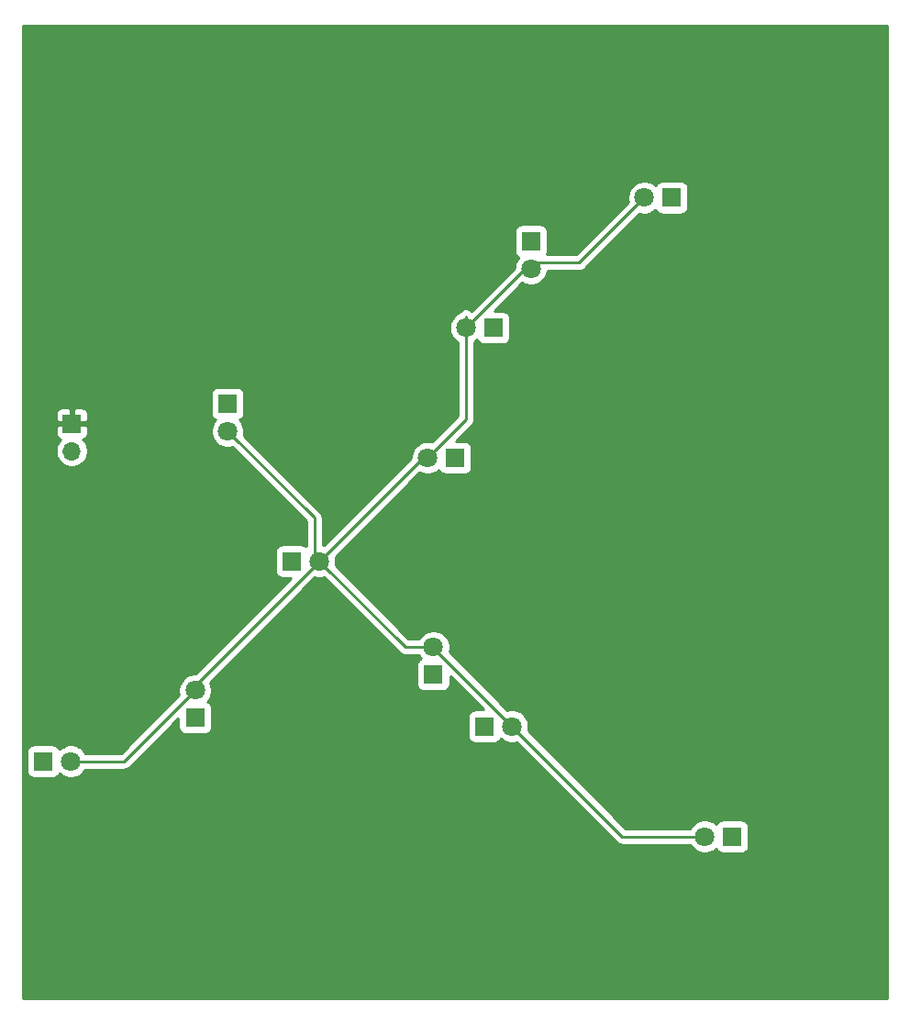
<source format=gtl>
%TF.GenerationSoftware,KiCad,Pcbnew,(5.1.10)-1*%
%TF.CreationDate,2021-09-04T18:59:30+09:00*%
%TF.ProjectId,TsukCTF,5473756b-4354-4462-9e6b-696361645f70,rev?*%
%TF.SameCoordinates,Original*%
%TF.FileFunction,Copper,L1,Top*%
%TF.FilePolarity,Positive*%
%FSLAX46Y46*%
G04 Gerber Fmt 4.6, Leading zero omitted, Abs format (unit mm)*
G04 Created by KiCad (PCBNEW (5.1.10)-1) date 2021-09-04 18:59:30*
%MOMM*%
%LPD*%
G01*
G04 APERTURE LIST*
%TA.AperFunction,ComponentPad*%
%ADD10R,1.800000X1.800000*%
%TD*%
%TA.AperFunction,ComponentPad*%
%ADD11C,1.800000*%
%TD*%
%TA.AperFunction,ComponentPad*%
%ADD12R,1.700000X1.700000*%
%TD*%
%TA.AperFunction,ComponentPad*%
%ADD13O,1.700000X1.700000*%
%TD*%
%TA.AperFunction,Conductor*%
%ADD14C,0.250000*%
%TD*%
%TA.AperFunction,Conductor*%
%ADD15C,0.254000*%
%TD*%
%TA.AperFunction,Conductor*%
%ADD16C,0.100000*%
%TD*%
G04 APERTURE END LIST*
D10*
%TO.P,D3,1*%
%TO.N,Net-(D3-Pad1)*%
X149000000Y-115000000D03*
D11*
%TO.P,D3,2*%
%TO.N,+5V*%
X149000000Y-117540000D03*
%TD*%
D10*
%TO.P,D4,1*%
%TO.N,Net-(D4-Pad1)*%
X154940000Y-129540000D03*
D11*
%TO.P,D4,2*%
%TO.N,+5V*%
X157480000Y-129540000D03*
%TD*%
%TO.P,D5,2*%
%TO.N,+5V*%
X146000000Y-141460000D03*
D10*
%TO.P,D5,1*%
%TO.N,Net-(D5-Pad1)*%
X146000000Y-144000000D03*
%TD*%
D11*
%TO.P,D6,2*%
%TO.N,+5V*%
X167460000Y-120000000D03*
D10*
%TO.P,D6,1*%
%TO.N,Net-(D6-Pad1)*%
X170000000Y-120000000D03*
%TD*%
%TO.P,D7,1*%
%TO.N,Net-(D7-Pad1)*%
X195580000Y-154940000D03*
D11*
%TO.P,D7,2*%
%TO.N,+5V*%
X193040000Y-154940000D03*
%TD*%
%TO.P,D8,2*%
%TO.N,+5V*%
X134540000Y-148000000D03*
D10*
%TO.P,D8,1*%
%TO.N,Net-(D8-Pad1)*%
X132000000Y-148000000D03*
%TD*%
D11*
%TO.P,D9,2*%
%TO.N,+5V*%
X171000000Y-108000000D03*
D10*
%TO.P,D9,1*%
%TO.N,Net-(D9-Pad1)*%
X173540000Y-108000000D03*
%TD*%
D11*
%TO.P,D10,2*%
%TO.N,+5V*%
X177000000Y-102540000D03*
D10*
%TO.P,D10,1*%
%TO.N,Net-(D10-Pad1)*%
X177000000Y-100000000D03*
%TD*%
%TO.P,D11,1*%
%TO.N,Net-(D11-Pad1)*%
X190000000Y-96000000D03*
D11*
%TO.P,D11,2*%
%TO.N,+5V*%
X187460000Y-96000000D03*
%TD*%
D10*
%TO.P,D12,1*%
%TO.N,Net-(D12-Pad1)*%
X168000000Y-140000000D03*
D11*
%TO.P,D12,2*%
%TO.N,+5V*%
X168000000Y-137460000D03*
%TD*%
%TO.P,D13,2*%
%TO.N,+5V*%
X175260000Y-144780000D03*
D10*
%TO.P,D13,1*%
%TO.N,Net-(D13-Pad1)*%
X172720000Y-144780000D03*
%TD*%
D12*
%TO.P,J1,1*%
%TO.N,GND*%
X134620000Y-116840000D03*
D13*
%TO.P,J1,2*%
%TO.N,+5V*%
X134620000Y-119380000D03*
%TD*%
D14*
%TO.N,+5V*%
X149000000Y-117540000D02*
X157000000Y-125540000D01*
X157000000Y-129060000D02*
X157480000Y-129540000D01*
X157000000Y-125540000D02*
X157000000Y-129060000D01*
X146000000Y-141020000D02*
X146000000Y-141460000D01*
X157480000Y-129540000D02*
X146000000Y-141020000D01*
X139460000Y-148000000D02*
X146000000Y-141460000D01*
X134540000Y-148000000D02*
X139460000Y-148000000D01*
X165400000Y-137460000D02*
X157480000Y-129540000D01*
X168000000Y-137460000D02*
X165400000Y-137460000D01*
X168000000Y-137520000D02*
X168000000Y-137460000D01*
X175260000Y-144780000D02*
X168000000Y-137520000D01*
X185420000Y-154940000D02*
X175260000Y-144780000D01*
X193040000Y-154940000D02*
X185420000Y-154940000D01*
X171000000Y-108000000D02*
X171000000Y-107000000D01*
X187460000Y-96000000D02*
X181460000Y-102000000D01*
X177540000Y-102000000D02*
X177000000Y-102540000D01*
X181460000Y-102000000D02*
X177540000Y-102000000D01*
X176460000Y-102540000D02*
X177000000Y-102540000D01*
X171000000Y-108000000D02*
X176460000Y-102540000D01*
X171000000Y-116460000D02*
X167460000Y-120000000D01*
X171000000Y-108000000D02*
X171000000Y-116460000D01*
X167020000Y-120000000D02*
X167460000Y-120000000D01*
X157480000Y-129540000D02*
X167020000Y-120000000D01*
%TO.N,Net-(D7-Pad1)*%
X195580000Y-154940000D02*
X195580000Y-154580000D01*
%TD*%
D15*
%TO.N,GND*%
X209873000Y-169873000D02*
X130127000Y-169873000D01*
X130127000Y-147100000D01*
X130461928Y-147100000D01*
X130461928Y-148900000D01*
X130474188Y-149024482D01*
X130510498Y-149144180D01*
X130569463Y-149254494D01*
X130648815Y-149351185D01*
X130745506Y-149430537D01*
X130855820Y-149489502D01*
X130975518Y-149525812D01*
X131100000Y-149538072D01*
X132900000Y-149538072D01*
X133024482Y-149525812D01*
X133144180Y-149489502D01*
X133254494Y-149430537D01*
X133351185Y-149351185D01*
X133430537Y-149254494D01*
X133489502Y-149144180D01*
X133495056Y-149125873D01*
X133561495Y-149192312D01*
X133812905Y-149360299D01*
X134092257Y-149476011D01*
X134388816Y-149535000D01*
X134691184Y-149535000D01*
X134987743Y-149476011D01*
X135267095Y-149360299D01*
X135518505Y-149192312D01*
X135732312Y-148978505D01*
X135878313Y-148760000D01*
X139422678Y-148760000D01*
X139460000Y-148763676D01*
X139497322Y-148760000D01*
X139497333Y-148760000D01*
X139608986Y-148749003D01*
X139752247Y-148705546D01*
X139884276Y-148634974D01*
X140000001Y-148540001D01*
X140023804Y-148510997D01*
X144461928Y-144072874D01*
X144461928Y-144900000D01*
X144474188Y-145024482D01*
X144510498Y-145144180D01*
X144569463Y-145254494D01*
X144648815Y-145351185D01*
X144745506Y-145430537D01*
X144855820Y-145489502D01*
X144975518Y-145525812D01*
X145100000Y-145538072D01*
X146900000Y-145538072D01*
X147024482Y-145525812D01*
X147144180Y-145489502D01*
X147254494Y-145430537D01*
X147351185Y-145351185D01*
X147430537Y-145254494D01*
X147489502Y-145144180D01*
X147525812Y-145024482D01*
X147538072Y-144900000D01*
X147538072Y-143100000D01*
X147525812Y-142975518D01*
X147489502Y-142855820D01*
X147430537Y-142745506D01*
X147351185Y-142648815D01*
X147254494Y-142569463D01*
X147144180Y-142510498D01*
X147125873Y-142504944D01*
X147192312Y-142438505D01*
X147360299Y-142187095D01*
X147476011Y-141907743D01*
X147535000Y-141611184D01*
X147535000Y-141308816D01*
X147476011Y-141012257D01*
X147360767Y-140734034D01*
X157071070Y-131023731D01*
X157328816Y-131075000D01*
X157631184Y-131075000D01*
X157888930Y-131023731D01*
X164836205Y-137971008D01*
X164859999Y-138000001D01*
X164888992Y-138023795D01*
X164888996Y-138023799D01*
X164933109Y-138060001D01*
X164975724Y-138094974D01*
X165107753Y-138165546D01*
X165251014Y-138209003D01*
X165362667Y-138220000D01*
X165362676Y-138220000D01*
X165399999Y-138223676D01*
X165437322Y-138220000D01*
X166661687Y-138220000D01*
X166807688Y-138438505D01*
X166874127Y-138504944D01*
X166855820Y-138510498D01*
X166745506Y-138569463D01*
X166648815Y-138648815D01*
X166569463Y-138745506D01*
X166510498Y-138855820D01*
X166474188Y-138975518D01*
X166461928Y-139100000D01*
X166461928Y-140900000D01*
X166474188Y-141024482D01*
X166510498Y-141144180D01*
X166569463Y-141254494D01*
X166648815Y-141351185D01*
X166745506Y-141430537D01*
X166855820Y-141489502D01*
X166975518Y-141525812D01*
X167100000Y-141538072D01*
X168900000Y-141538072D01*
X169024482Y-141525812D01*
X169144180Y-141489502D01*
X169254494Y-141430537D01*
X169351185Y-141351185D01*
X169430537Y-141254494D01*
X169489502Y-141144180D01*
X169525812Y-141024482D01*
X169538072Y-140900000D01*
X169538072Y-140132874D01*
X172647126Y-143241928D01*
X171820000Y-143241928D01*
X171695518Y-143254188D01*
X171575820Y-143290498D01*
X171465506Y-143349463D01*
X171368815Y-143428815D01*
X171289463Y-143525506D01*
X171230498Y-143635820D01*
X171194188Y-143755518D01*
X171181928Y-143880000D01*
X171181928Y-145680000D01*
X171194188Y-145804482D01*
X171230498Y-145924180D01*
X171289463Y-146034494D01*
X171368815Y-146131185D01*
X171465506Y-146210537D01*
X171575820Y-146269502D01*
X171695518Y-146305812D01*
X171820000Y-146318072D01*
X173620000Y-146318072D01*
X173744482Y-146305812D01*
X173864180Y-146269502D01*
X173974494Y-146210537D01*
X174071185Y-146131185D01*
X174150537Y-146034494D01*
X174209502Y-145924180D01*
X174215056Y-145905873D01*
X174281495Y-145972312D01*
X174532905Y-146140299D01*
X174812257Y-146256011D01*
X175108816Y-146315000D01*
X175411184Y-146315000D01*
X175668930Y-146263731D01*
X184856201Y-155451003D01*
X184879999Y-155480001D01*
X184995724Y-155574974D01*
X185127753Y-155645546D01*
X185271014Y-155689003D01*
X185382667Y-155700000D01*
X185382675Y-155700000D01*
X185420000Y-155703676D01*
X185457325Y-155700000D01*
X191701687Y-155700000D01*
X191847688Y-155918505D01*
X192061495Y-156132312D01*
X192312905Y-156300299D01*
X192592257Y-156416011D01*
X192888816Y-156475000D01*
X193191184Y-156475000D01*
X193487743Y-156416011D01*
X193767095Y-156300299D01*
X194018505Y-156132312D01*
X194084944Y-156065873D01*
X194090498Y-156084180D01*
X194149463Y-156194494D01*
X194228815Y-156291185D01*
X194325506Y-156370537D01*
X194435820Y-156429502D01*
X194555518Y-156465812D01*
X194680000Y-156478072D01*
X196480000Y-156478072D01*
X196604482Y-156465812D01*
X196724180Y-156429502D01*
X196834494Y-156370537D01*
X196931185Y-156291185D01*
X197010537Y-156194494D01*
X197069502Y-156084180D01*
X197105812Y-155964482D01*
X197118072Y-155840000D01*
X197118072Y-154040000D01*
X197105812Y-153915518D01*
X197069502Y-153795820D01*
X197010537Y-153685506D01*
X196931185Y-153588815D01*
X196834494Y-153509463D01*
X196724180Y-153450498D01*
X196604482Y-153414188D01*
X196480000Y-153401928D01*
X194680000Y-153401928D01*
X194555518Y-153414188D01*
X194435820Y-153450498D01*
X194325506Y-153509463D01*
X194228815Y-153588815D01*
X194149463Y-153685506D01*
X194090498Y-153795820D01*
X194084944Y-153814127D01*
X194018505Y-153747688D01*
X193767095Y-153579701D01*
X193487743Y-153463989D01*
X193191184Y-153405000D01*
X192888816Y-153405000D01*
X192592257Y-153463989D01*
X192312905Y-153579701D01*
X192061495Y-153747688D01*
X191847688Y-153961495D01*
X191701687Y-154180000D01*
X185734802Y-154180000D01*
X176743731Y-145188930D01*
X176795000Y-144931184D01*
X176795000Y-144628816D01*
X176736011Y-144332257D01*
X176620299Y-144052905D01*
X176452312Y-143801495D01*
X176238505Y-143587688D01*
X175987095Y-143419701D01*
X175707743Y-143303989D01*
X175411184Y-143245000D01*
X175108816Y-143245000D01*
X174851071Y-143296268D01*
X169472067Y-137917265D01*
X169476011Y-137907743D01*
X169535000Y-137611184D01*
X169535000Y-137308816D01*
X169476011Y-137012257D01*
X169360299Y-136732905D01*
X169192312Y-136481495D01*
X168978505Y-136267688D01*
X168727095Y-136099701D01*
X168447743Y-135983989D01*
X168151184Y-135925000D01*
X167848816Y-135925000D01*
X167552257Y-135983989D01*
X167272905Y-136099701D01*
X167021495Y-136267688D01*
X166807688Y-136481495D01*
X166661687Y-136700000D01*
X165714803Y-136700000D01*
X158963731Y-129948930D01*
X159015000Y-129691184D01*
X159015000Y-129388816D01*
X158963731Y-129131070D01*
X166734036Y-121360767D01*
X167012257Y-121476011D01*
X167308816Y-121535000D01*
X167611184Y-121535000D01*
X167907743Y-121476011D01*
X168187095Y-121360299D01*
X168438505Y-121192312D01*
X168504944Y-121125873D01*
X168510498Y-121144180D01*
X168569463Y-121254494D01*
X168648815Y-121351185D01*
X168745506Y-121430537D01*
X168855820Y-121489502D01*
X168975518Y-121525812D01*
X169100000Y-121538072D01*
X170900000Y-121538072D01*
X171024482Y-121525812D01*
X171144180Y-121489502D01*
X171254494Y-121430537D01*
X171351185Y-121351185D01*
X171430537Y-121254494D01*
X171489502Y-121144180D01*
X171525812Y-121024482D01*
X171538072Y-120900000D01*
X171538072Y-119100000D01*
X171525812Y-118975518D01*
X171489502Y-118855820D01*
X171430537Y-118745506D01*
X171351185Y-118648815D01*
X171254494Y-118569463D01*
X171144180Y-118510498D01*
X171024482Y-118474188D01*
X170900000Y-118461928D01*
X170072874Y-118461928D01*
X171511003Y-117023799D01*
X171540001Y-117000001D01*
X171567084Y-116967000D01*
X171634974Y-116884277D01*
X171705546Y-116752247D01*
X171717451Y-116713000D01*
X171749003Y-116608986D01*
X171760000Y-116497333D01*
X171760000Y-116497323D01*
X171763676Y-116460001D01*
X171760000Y-116422678D01*
X171760000Y-109338313D01*
X171978505Y-109192312D01*
X172044944Y-109125873D01*
X172050498Y-109144180D01*
X172109463Y-109254494D01*
X172188815Y-109351185D01*
X172285506Y-109430537D01*
X172395820Y-109489502D01*
X172515518Y-109525812D01*
X172640000Y-109538072D01*
X174440000Y-109538072D01*
X174564482Y-109525812D01*
X174684180Y-109489502D01*
X174794494Y-109430537D01*
X174891185Y-109351185D01*
X174970537Y-109254494D01*
X175029502Y-109144180D01*
X175065812Y-109024482D01*
X175078072Y-108900000D01*
X175078072Y-107100000D01*
X175065812Y-106975518D01*
X175029502Y-106855820D01*
X174970537Y-106745506D01*
X174891185Y-106648815D01*
X174794494Y-106569463D01*
X174684180Y-106510498D01*
X174564482Y-106474188D01*
X174440000Y-106461928D01*
X173612873Y-106461928D01*
X176213917Y-103860885D01*
X176272905Y-103900299D01*
X176552257Y-104016011D01*
X176848816Y-104075000D01*
X177151184Y-104075000D01*
X177447743Y-104016011D01*
X177727095Y-103900299D01*
X177978505Y-103732312D01*
X178192312Y-103518505D01*
X178360299Y-103267095D01*
X178476011Y-102987743D01*
X178521312Y-102760000D01*
X181422678Y-102760000D01*
X181460000Y-102763676D01*
X181497322Y-102760000D01*
X181497333Y-102760000D01*
X181608986Y-102749003D01*
X181752247Y-102705546D01*
X181884276Y-102634974D01*
X182000001Y-102540001D01*
X182023804Y-102510997D01*
X187051071Y-97483732D01*
X187308816Y-97535000D01*
X187611184Y-97535000D01*
X187907743Y-97476011D01*
X188187095Y-97360299D01*
X188438505Y-97192312D01*
X188504944Y-97125873D01*
X188510498Y-97144180D01*
X188569463Y-97254494D01*
X188648815Y-97351185D01*
X188745506Y-97430537D01*
X188855820Y-97489502D01*
X188975518Y-97525812D01*
X189100000Y-97538072D01*
X190900000Y-97538072D01*
X191024482Y-97525812D01*
X191144180Y-97489502D01*
X191254494Y-97430537D01*
X191351185Y-97351185D01*
X191430537Y-97254494D01*
X191489502Y-97144180D01*
X191525812Y-97024482D01*
X191538072Y-96900000D01*
X191538072Y-95100000D01*
X191525812Y-94975518D01*
X191489502Y-94855820D01*
X191430537Y-94745506D01*
X191351185Y-94648815D01*
X191254494Y-94569463D01*
X191144180Y-94510498D01*
X191024482Y-94474188D01*
X190900000Y-94461928D01*
X189100000Y-94461928D01*
X188975518Y-94474188D01*
X188855820Y-94510498D01*
X188745506Y-94569463D01*
X188648815Y-94648815D01*
X188569463Y-94745506D01*
X188510498Y-94855820D01*
X188504944Y-94874127D01*
X188438505Y-94807688D01*
X188187095Y-94639701D01*
X187907743Y-94523989D01*
X187611184Y-94465000D01*
X187308816Y-94465000D01*
X187012257Y-94523989D01*
X186732905Y-94639701D01*
X186481495Y-94807688D01*
X186267688Y-95021495D01*
X186099701Y-95272905D01*
X185983989Y-95552257D01*
X185925000Y-95848816D01*
X185925000Y-96151184D01*
X185976268Y-96408929D01*
X181145199Y-101240000D01*
X178438284Y-101240000D01*
X178489502Y-101144180D01*
X178525812Y-101024482D01*
X178538072Y-100900000D01*
X178538072Y-99100000D01*
X178525812Y-98975518D01*
X178489502Y-98855820D01*
X178430537Y-98745506D01*
X178351185Y-98648815D01*
X178254494Y-98569463D01*
X178144180Y-98510498D01*
X178024482Y-98474188D01*
X177900000Y-98461928D01*
X176100000Y-98461928D01*
X175975518Y-98474188D01*
X175855820Y-98510498D01*
X175745506Y-98569463D01*
X175648815Y-98648815D01*
X175569463Y-98745506D01*
X175510498Y-98855820D01*
X175474188Y-98975518D01*
X175461928Y-99100000D01*
X175461928Y-100900000D01*
X175474188Y-101024482D01*
X175510498Y-101144180D01*
X175569463Y-101254494D01*
X175648815Y-101351185D01*
X175745506Y-101430537D01*
X175855820Y-101489502D01*
X175874127Y-101495056D01*
X175807688Y-101561495D01*
X175639701Y-101812905D01*
X175523989Y-102092257D01*
X175465000Y-102388816D01*
X175465000Y-102460198D01*
X171498917Y-106426282D01*
X171424276Y-106365026D01*
X171292247Y-106294454D01*
X171148986Y-106250997D01*
X171000000Y-106236323D01*
X170851015Y-106250997D01*
X170707754Y-106294454D01*
X170575725Y-106365026D01*
X170460000Y-106459999D01*
X170365027Y-106575724D01*
X170347302Y-106608885D01*
X170272905Y-106639701D01*
X170021495Y-106807688D01*
X169807688Y-107021495D01*
X169639701Y-107272905D01*
X169523989Y-107552257D01*
X169465000Y-107848816D01*
X169465000Y-108151184D01*
X169523989Y-108447743D01*
X169639701Y-108727095D01*
X169807688Y-108978505D01*
X170021495Y-109192312D01*
X170240000Y-109338313D01*
X170240001Y-116145197D01*
X167868930Y-118516269D01*
X167611184Y-118465000D01*
X167308816Y-118465000D01*
X167012257Y-118523989D01*
X166732905Y-118639701D01*
X166481495Y-118807688D01*
X166267688Y-119021495D01*
X166099701Y-119272905D01*
X165983989Y-119552257D01*
X165925000Y-119848816D01*
X165925000Y-120020197D01*
X157888930Y-128056269D01*
X157760000Y-128030623D01*
X157760000Y-125577322D01*
X157763676Y-125539999D01*
X157760000Y-125502676D01*
X157760000Y-125502667D01*
X157749003Y-125391014D01*
X157705546Y-125247753D01*
X157634974Y-125115724D01*
X157621811Y-125099685D01*
X157563799Y-125028996D01*
X157563795Y-125028992D01*
X157540001Y-124999999D01*
X157511009Y-124976206D01*
X150483731Y-117948930D01*
X150535000Y-117691184D01*
X150535000Y-117388816D01*
X150476011Y-117092257D01*
X150360299Y-116812905D01*
X150192312Y-116561495D01*
X150125873Y-116495056D01*
X150144180Y-116489502D01*
X150254494Y-116430537D01*
X150351185Y-116351185D01*
X150430537Y-116254494D01*
X150489502Y-116144180D01*
X150525812Y-116024482D01*
X150538072Y-115900000D01*
X150538072Y-114100000D01*
X150525812Y-113975518D01*
X150489502Y-113855820D01*
X150430537Y-113745506D01*
X150351185Y-113648815D01*
X150254494Y-113569463D01*
X150144180Y-113510498D01*
X150024482Y-113474188D01*
X149900000Y-113461928D01*
X148100000Y-113461928D01*
X147975518Y-113474188D01*
X147855820Y-113510498D01*
X147745506Y-113569463D01*
X147648815Y-113648815D01*
X147569463Y-113745506D01*
X147510498Y-113855820D01*
X147474188Y-113975518D01*
X147461928Y-114100000D01*
X147461928Y-115900000D01*
X147474188Y-116024482D01*
X147510498Y-116144180D01*
X147569463Y-116254494D01*
X147648815Y-116351185D01*
X147745506Y-116430537D01*
X147855820Y-116489502D01*
X147874127Y-116495056D01*
X147807688Y-116561495D01*
X147639701Y-116812905D01*
X147523989Y-117092257D01*
X147465000Y-117388816D01*
X147465000Y-117691184D01*
X147523989Y-117987743D01*
X147639701Y-118267095D01*
X147807688Y-118518505D01*
X148021495Y-118732312D01*
X148272905Y-118900299D01*
X148552257Y-119016011D01*
X148848816Y-119075000D01*
X149151184Y-119075000D01*
X149408930Y-119023731D01*
X156240000Y-125854803D01*
X156240001Y-128146809D01*
X156194494Y-128109463D01*
X156084180Y-128050498D01*
X155964482Y-128014188D01*
X155840000Y-128001928D01*
X154040000Y-128001928D01*
X153915518Y-128014188D01*
X153795820Y-128050498D01*
X153685506Y-128109463D01*
X153588815Y-128188815D01*
X153509463Y-128285506D01*
X153450498Y-128395820D01*
X153414188Y-128515518D01*
X153401928Y-128640000D01*
X153401928Y-130440000D01*
X153414188Y-130564482D01*
X153450498Y-130684180D01*
X153509463Y-130794494D01*
X153588815Y-130891185D01*
X153685506Y-130970537D01*
X153795820Y-131029502D01*
X153915518Y-131065812D01*
X154040000Y-131078072D01*
X154867126Y-131078072D01*
X146020199Y-139925000D01*
X145848816Y-139925000D01*
X145552257Y-139983989D01*
X145272905Y-140099701D01*
X145021495Y-140267688D01*
X144807688Y-140481495D01*
X144639701Y-140732905D01*
X144523989Y-141012257D01*
X144465000Y-141308816D01*
X144465000Y-141611184D01*
X144516269Y-141868930D01*
X139145199Y-147240000D01*
X135878313Y-147240000D01*
X135732312Y-147021495D01*
X135518505Y-146807688D01*
X135267095Y-146639701D01*
X134987743Y-146523989D01*
X134691184Y-146465000D01*
X134388816Y-146465000D01*
X134092257Y-146523989D01*
X133812905Y-146639701D01*
X133561495Y-146807688D01*
X133495056Y-146874127D01*
X133489502Y-146855820D01*
X133430537Y-146745506D01*
X133351185Y-146648815D01*
X133254494Y-146569463D01*
X133144180Y-146510498D01*
X133024482Y-146474188D01*
X132900000Y-146461928D01*
X131100000Y-146461928D01*
X130975518Y-146474188D01*
X130855820Y-146510498D01*
X130745506Y-146569463D01*
X130648815Y-146648815D01*
X130569463Y-146745506D01*
X130510498Y-146855820D01*
X130474188Y-146975518D01*
X130461928Y-147100000D01*
X130127000Y-147100000D01*
X130127000Y-117690000D01*
X133131928Y-117690000D01*
X133144188Y-117814482D01*
X133180498Y-117934180D01*
X133239463Y-118044494D01*
X133318815Y-118141185D01*
X133415506Y-118220537D01*
X133525820Y-118279502D01*
X133598380Y-118301513D01*
X133466525Y-118433368D01*
X133304010Y-118676589D01*
X133192068Y-118946842D01*
X133135000Y-119233740D01*
X133135000Y-119526260D01*
X133192068Y-119813158D01*
X133304010Y-120083411D01*
X133466525Y-120326632D01*
X133673368Y-120533475D01*
X133916589Y-120695990D01*
X134186842Y-120807932D01*
X134473740Y-120865000D01*
X134766260Y-120865000D01*
X135053158Y-120807932D01*
X135323411Y-120695990D01*
X135566632Y-120533475D01*
X135773475Y-120326632D01*
X135935990Y-120083411D01*
X136047932Y-119813158D01*
X136105000Y-119526260D01*
X136105000Y-119233740D01*
X136047932Y-118946842D01*
X135935990Y-118676589D01*
X135773475Y-118433368D01*
X135641620Y-118301513D01*
X135714180Y-118279502D01*
X135824494Y-118220537D01*
X135921185Y-118141185D01*
X136000537Y-118044494D01*
X136059502Y-117934180D01*
X136095812Y-117814482D01*
X136108072Y-117690000D01*
X136105000Y-117125750D01*
X135946250Y-116967000D01*
X134747000Y-116967000D01*
X134747000Y-116987000D01*
X134493000Y-116987000D01*
X134493000Y-116967000D01*
X133293750Y-116967000D01*
X133135000Y-117125750D01*
X133131928Y-117690000D01*
X130127000Y-117690000D01*
X130127000Y-115990000D01*
X133131928Y-115990000D01*
X133135000Y-116554250D01*
X133293750Y-116713000D01*
X134493000Y-116713000D01*
X134493000Y-115513750D01*
X134747000Y-115513750D01*
X134747000Y-116713000D01*
X135946250Y-116713000D01*
X136105000Y-116554250D01*
X136108072Y-115990000D01*
X136095812Y-115865518D01*
X136059502Y-115745820D01*
X136000537Y-115635506D01*
X135921185Y-115538815D01*
X135824494Y-115459463D01*
X135714180Y-115400498D01*
X135594482Y-115364188D01*
X135470000Y-115351928D01*
X134905750Y-115355000D01*
X134747000Y-115513750D01*
X134493000Y-115513750D01*
X134334250Y-115355000D01*
X133770000Y-115351928D01*
X133645518Y-115364188D01*
X133525820Y-115400498D01*
X133415506Y-115459463D01*
X133318815Y-115538815D01*
X133239463Y-115635506D01*
X133180498Y-115745820D01*
X133144188Y-115865518D01*
X133131928Y-115990000D01*
X130127000Y-115990000D01*
X130127000Y-80127000D01*
X209873000Y-80127000D01*
X209873000Y-169873000D01*
%TA.AperFunction,Conductor*%
D16*
G36*
X209873000Y-169873000D02*
G01*
X130127000Y-169873000D01*
X130127000Y-147100000D01*
X130461928Y-147100000D01*
X130461928Y-148900000D01*
X130474188Y-149024482D01*
X130510498Y-149144180D01*
X130569463Y-149254494D01*
X130648815Y-149351185D01*
X130745506Y-149430537D01*
X130855820Y-149489502D01*
X130975518Y-149525812D01*
X131100000Y-149538072D01*
X132900000Y-149538072D01*
X133024482Y-149525812D01*
X133144180Y-149489502D01*
X133254494Y-149430537D01*
X133351185Y-149351185D01*
X133430537Y-149254494D01*
X133489502Y-149144180D01*
X133495056Y-149125873D01*
X133561495Y-149192312D01*
X133812905Y-149360299D01*
X134092257Y-149476011D01*
X134388816Y-149535000D01*
X134691184Y-149535000D01*
X134987743Y-149476011D01*
X135267095Y-149360299D01*
X135518505Y-149192312D01*
X135732312Y-148978505D01*
X135878313Y-148760000D01*
X139422678Y-148760000D01*
X139460000Y-148763676D01*
X139497322Y-148760000D01*
X139497333Y-148760000D01*
X139608986Y-148749003D01*
X139752247Y-148705546D01*
X139884276Y-148634974D01*
X140000001Y-148540001D01*
X140023804Y-148510997D01*
X144461928Y-144072874D01*
X144461928Y-144900000D01*
X144474188Y-145024482D01*
X144510498Y-145144180D01*
X144569463Y-145254494D01*
X144648815Y-145351185D01*
X144745506Y-145430537D01*
X144855820Y-145489502D01*
X144975518Y-145525812D01*
X145100000Y-145538072D01*
X146900000Y-145538072D01*
X147024482Y-145525812D01*
X147144180Y-145489502D01*
X147254494Y-145430537D01*
X147351185Y-145351185D01*
X147430537Y-145254494D01*
X147489502Y-145144180D01*
X147525812Y-145024482D01*
X147538072Y-144900000D01*
X147538072Y-143100000D01*
X147525812Y-142975518D01*
X147489502Y-142855820D01*
X147430537Y-142745506D01*
X147351185Y-142648815D01*
X147254494Y-142569463D01*
X147144180Y-142510498D01*
X147125873Y-142504944D01*
X147192312Y-142438505D01*
X147360299Y-142187095D01*
X147476011Y-141907743D01*
X147535000Y-141611184D01*
X147535000Y-141308816D01*
X147476011Y-141012257D01*
X147360767Y-140734034D01*
X157071070Y-131023731D01*
X157328816Y-131075000D01*
X157631184Y-131075000D01*
X157888930Y-131023731D01*
X164836205Y-137971008D01*
X164859999Y-138000001D01*
X164888992Y-138023795D01*
X164888996Y-138023799D01*
X164933109Y-138060001D01*
X164975724Y-138094974D01*
X165107753Y-138165546D01*
X165251014Y-138209003D01*
X165362667Y-138220000D01*
X165362676Y-138220000D01*
X165399999Y-138223676D01*
X165437322Y-138220000D01*
X166661687Y-138220000D01*
X166807688Y-138438505D01*
X166874127Y-138504944D01*
X166855820Y-138510498D01*
X166745506Y-138569463D01*
X166648815Y-138648815D01*
X166569463Y-138745506D01*
X166510498Y-138855820D01*
X166474188Y-138975518D01*
X166461928Y-139100000D01*
X166461928Y-140900000D01*
X166474188Y-141024482D01*
X166510498Y-141144180D01*
X166569463Y-141254494D01*
X166648815Y-141351185D01*
X166745506Y-141430537D01*
X166855820Y-141489502D01*
X166975518Y-141525812D01*
X167100000Y-141538072D01*
X168900000Y-141538072D01*
X169024482Y-141525812D01*
X169144180Y-141489502D01*
X169254494Y-141430537D01*
X169351185Y-141351185D01*
X169430537Y-141254494D01*
X169489502Y-141144180D01*
X169525812Y-141024482D01*
X169538072Y-140900000D01*
X169538072Y-140132874D01*
X172647126Y-143241928D01*
X171820000Y-143241928D01*
X171695518Y-143254188D01*
X171575820Y-143290498D01*
X171465506Y-143349463D01*
X171368815Y-143428815D01*
X171289463Y-143525506D01*
X171230498Y-143635820D01*
X171194188Y-143755518D01*
X171181928Y-143880000D01*
X171181928Y-145680000D01*
X171194188Y-145804482D01*
X171230498Y-145924180D01*
X171289463Y-146034494D01*
X171368815Y-146131185D01*
X171465506Y-146210537D01*
X171575820Y-146269502D01*
X171695518Y-146305812D01*
X171820000Y-146318072D01*
X173620000Y-146318072D01*
X173744482Y-146305812D01*
X173864180Y-146269502D01*
X173974494Y-146210537D01*
X174071185Y-146131185D01*
X174150537Y-146034494D01*
X174209502Y-145924180D01*
X174215056Y-145905873D01*
X174281495Y-145972312D01*
X174532905Y-146140299D01*
X174812257Y-146256011D01*
X175108816Y-146315000D01*
X175411184Y-146315000D01*
X175668930Y-146263731D01*
X184856201Y-155451003D01*
X184879999Y-155480001D01*
X184995724Y-155574974D01*
X185127753Y-155645546D01*
X185271014Y-155689003D01*
X185382667Y-155700000D01*
X185382675Y-155700000D01*
X185420000Y-155703676D01*
X185457325Y-155700000D01*
X191701687Y-155700000D01*
X191847688Y-155918505D01*
X192061495Y-156132312D01*
X192312905Y-156300299D01*
X192592257Y-156416011D01*
X192888816Y-156475000D01*
X193191184Y-156475000D01*
X193487743Y-156416011D01*
X193767095Y-156300299D01*
X194018505Y-156132312D01*
X194084944Y-156065873D01*
X194090498Y-156084180D01*
X194149463Y-156194494D01*
X194228815Y-156291185D01*
X194325506Y-156370537D01*
X194435820Y-156429502D01*
X194555518Y-156465812D01*
X194680000Y-156478072D01*
X196480000Y-156478072D01*
X196604482Y-156465812D01*
X196724180Y-156429502D01*
X196834494Y-156370537D01*
X196931185Y-156291185D01*
X197010537Y-156194494D01*
X197069502Y-156084180D01*
X197105812Y-155964482D01*
X197118072Y-155840000D01*
X197118072Y-154040000D01*
X197105812Y-153915518D01*
X197069502Y-153795820D01*
X197010537Y-153685506D01*
X196931185Y-153588815D01*
X196834494Y-153509463D01*
X196724180Y-153450498D01*
X196604482Y-153414188D01*
X196480000Y-153401928D01*
X194680000Y-153401928D01*
X194555518Y-153414188D01*
X194435820Y-153450498D01*
X194325506Y-153509463D01*
X194228815Y-153588815D01*
X194149463Y-153685506D01*
X194090498Y-153795820D01*
X194084944Y-153814127D01*
X194018505Y-153747688D01*
X193767095Y-153579701D01*
X193487743Y-153463989D01*
X193191184Y-153405000D01*
X192888816Y-153405000D01*
X192592257Y-153463989D01*
X192312905Y-153579701D01*
X192061495Y-153747688D01*
X191847688Y-153961495D01*
X191701687Y-154180000D01*
X185734802Y-154180000D01*
X176743731Y-145188930D01*
X176795000Y-144931184D01*
X176795000Y-144628816D01*
X176736011Y-144332257D01*
X176620299Y-144052905D01*
X176452312Y-143801495D01*
X176238505Y-143587688D01*
X175987095Y-143419701D01*
X175707743Y-143303989D01*
X175411184Y-143245000D01*
X175108816Y-143245000D01*
X174851071Y-143296268D01*
X169472067Y-137917265D01*
X169476011Y-137907743D01*
X169535000Y-137611184D01*
X169535000Y-137308816D01*
X169476011Y-137012257D01*
X169360299Y-136732905D01*
X169192312Y-136481495D01*
X168978505Y-136267688D01*
X168727095Y-136099701D01*
X168447743Y-135983989D01*
X168151184Y-135925000D01*
X167848816Y-135925000D01*
X167552257Y-135983989D01*
X167272905Y-136099701D01*
X167021495Y-136267688D01*
X166807688Y-136481495D01*
X166661687Y-136700000D01*
X165714803Y-136700000D01*
X158963731Y-129948930D01*
X159015000Y-129691184D01*
X159015000Y-129388816D01*
X158963731Y-129131070D01*
X166734036Y-121360767D01*
X167012257Y-121476011D01*
X167308816Y-121535000D01*
X167611184Y-121535000D01*
X167907743Y-121476011D01*
X168187095Y-121360299D01*
X168438505Y-121192312D01*
X168504944Y-121125873D01*
X168510498Y-121144180D01*
X168569463Y-121254494D01*
X168648815Y-121351185D01*
X168745506Y-121430537D01*
X168855820Y-121489502D01*
X168975518Y-121525812D01*
X169100000Y-121538072D01*
X170900000Y-121538072D01*
X171024482Y-121525812D01*
X171144180Y-121489502D01*
X171254494Y-121430537D01*
X171351185Y-121351185D01*
X171430537Y-121254494D01*
X171489502Y-121144180D01*
X171525812Y-121024482D01*
X171538072Y-120900000D01*
X171538072Y-119100000D01*
X171525812Y-118975518D01*
X171489502Y-118855820D01*
X171430537Y-118745506D01*
X171351185Y-118648815D01*
X171254494Y-118569463D01*
X171144180Y-118510498D01*
X171024482Y-118474188D01*
X170900000Y-118461928D01*
X170072874Y-118461928D01*
X171511003Y-117023799D01*
X171540001Y-117000001D01*
X171567084Y-116967000D01*
X171634974Y-116884277D01*
X171705546Y-116752247D01*
X171717451Y-116713000D01*
X171749003Y-116608986D01*
X171760000Y-116497333D01*
X171760000Y-116497323D01*
X171763676Y-116460001D01*
X171760000Y-116422678D01*
X171760000Y-109338313D01*
X171978505Y-109192312D01*
X172044944Y-109125873D01*
X172050498Y-109144180D01*
X172109463Y-109254494D01*
X172188815Y-109351185D01*
X172285506Y-109430537D01*
X172395820Y-109489502D01*
X172515518Y-109525812D01*
X172640000Y-109538072D01*
X174440000Y-109538072D01*
X174564482Y-109525812D01*
X174684180Y-109489502D01*
X174794494Y-109430537D01*
X174891185Y-109351185D01*
X174970537Y-109254494D01*
X175029502Y-109144180D01*
X175065812Y-109024482D01*
X175078072Y-108900000D01*
X175078072Y-107100000D01*
X175065812Y-106975518D01*
X175029502Y-106855820D01*
X174970537Y-106745506D01*
X174891185Y-106648815D01*
X174794494Y-106569463D01*
X174684180Y-106510498D01*
X174564482Y-106474188D01*
X174440000Y-106461928D01*
X173612873Y-106461928D01*
X176213917Y-103860885D01*
X176272905Y-103900299D01*
X176552257Y-104016011D01*
X176848816Y-104075000D01*
X177151184Y-104075000D01*
X177447743Y-104016011D01*
X177727095Y-103900299D01*
X177978505Y-103732312D01*
X178192312Y-103518505D01*
X178360299Y-103267095D01*
X178476011Y-102987743D01*
X178521312Y-102760000D01*
X181422678Y-102760000D01*
X181460000Y-102763676D01*
X181497322Y-102760000D01*
X181497333Y-102760000D01*
X181608986Y-102749003D01*
X181752247Y-102705546D01*
X181884276Y-102634974D01*
X182000001Y-102540001D01*
X182023804Y-102510997D01*
X187051071Y-97483732D01*
X187308816Y-97535000D01*
X187611184Y-97535000D01*
X187907743Y-97476011D01*
X188187095Y-97360299D01*
X188438505Y-97192312D01*
X188504944Y-97125873D01*
X188510498Y-97144180D01*
X188569463Y-97254494D01*
X188648815Y-97351185D01*
X188745506Y-97430537D01*
X188855820Y-97489502D01*
X188975518Y-97525812D01*
X189100000Y-97538072D01*
X190900000Y-97538072D01*
X191024482Y-97525812D01*
X191144180Y-97489502D01*
X191254494Y-97430537D01*
X191351185Y-97351185D01*
X191430537Y-97254494D01*
X191489502Y-97144180D01*
X191525812Y-97024482D01*
X191538072Y-96900000D01*
X191538072Y-95100000D01*
X191525812Y-94975518D01*
X191489502Y-94855820D01*
X191430537Y-94745506D01*
X191351185Y-94648815D01*
X191254494Y-94569463D01*
X191144180Y-94510498D01*
X191024482Y-94474188D01*
X190900000Y-94461928D01*
X189100000Y-94461928D01*
X188975518Y-94474188D01*
X188855820Y-94510498D01*
X188745506Y-94569463D01*
X188648815Y-94648815D01*
X188569463Y-94745506D01*
X188510498Y-94855820D01*
X188504944Y-94874127D01*
X188438505Y-94807688D01*
X188187095Y-94639701D01*
X187907743Y-94523989D01*
X187611184Y-94465000D01*
X187308816Y-94465000D01*
X187012257Y-94523989D01*
X186732905Y-94639701D01*
X186481495Y-94807688D01*
X186267688Y-95021495D01*
X186099701Y-95272905D01*
X185983989Y-95552257D01*
X185925000Y-95848816D01*
X185925000Y-96151184D01*
X185976268Y-96408929D01*
X181145199Y-101240000D01*
X178438284Y-101240000D01*
X178489502Y-101144180D01*
X178525812Y-101024482D01*
X178538072Y-100900000D01*
X178538072Y-99100000D01*
X178525812Y-98975518D01*
X178489502Y-98855820D01*
X178430537Y-98745506D01*
X178351185Y-98648815D01*
X178254494Y-98569463D01*
X178144180Y-98510498D01*
X178024482Y-98474188D01*
X177900000Y-98461928D01*
X176100000Y-98461928D01*
X175975518Y-98474188D01*
X175855820Y-98510498D01*
X175745506Y-98569463D01*
X175648815Y-98648815D01*
X175569463Y-98745506D01*
X175510498Y-98855820D01*
X175474188Y-98975518D01*
X175461928Y-99100000D01*
X175461928Y-100900000D01*
X175474188Y-101024482D01*
X175510498Y-101144180D01*
X175569463Y-101254494D01*
X175648815Y-101351185D01*
X175745506Y-101430537D01*
X175855820Y-101489502D01*
X175874127Y-101495056D01*
X175807688Y-101561495D01*
X175639701Y-101812905D01*
X175523989Y-102092257D01*
X175465000Y-102388816D01*
X175465000Y-102460198D01*
X171498917Y-106426282D01*
X171424276Y-106365026D01*
X171292247Y-106294454D01*
X171148986Y-106250997D01*
X171000000Y-106236323D01*
X170851015Y-106250997D01*
X170707754Y-106294454D01*
X170575725Y-106365026D01*
X170460000Y-106459999D01*
X170365027Y-106575724D01*
X170347302Y-106608885D01*
X170272905Y-106639701D01*
X170021495Y-106807688D01*
X169807688Y-107021495D01*
X169639701Y-107272905D01*
X169523989Y-107552257D01*
X169465000Y-107848816D01*
X169465000Y-108151184D01*
X169523989Y-108447743D01*
X169639701Y-108727095D01*
X169807688Y-108978505D01*
X170021495Y-109192312D01*
X170240000Y-109338313D01*
X170240001Y-116145197D01*
X167868930Y-118516269D01*
X167611184Y-118465000D01*
X167308816Y-118465000D01*
X167012257Y-118523989D01*
X166732905Y-118639701D01*
X166481495Y-118807688D01*
X166267688Y-119021495D01*
X166099701Y-119272905D01*
X165983989Y-119552257D01*
X165925000Y-119848816D01*
X165925000Y-120020197D01*
X157888930Y-128056269D01*
X157760000Y-128030623D01*
X157760000Y-125577322D01*
X157763676Y-125539999D01*
X157760000Y-125502676D01*
X157760000Y-125502667D01*
X157749003Y-125391014D01*
X157705546Y-125247753D01*
X157634974Y-125115724D01*
X157621811Y-125099685D01*
X157563799Y-125028996D01*
X157563795Y-125028992D01*
X157540001Y-124999999D01*
X157511009Y-124976206D01*
X150483731Y-117948930D01*
X150535000Y-117691184D01*
X150535000Y-117388816D01*
X150476011Y-117092257D01*
X150360299Y-116812905D01*
X150192312Y-116561495D01*
X150125873Y-116495056D01*
X150144180Y-116489502D01*
X150254494Y-116430537D01*
X150351185Y-116351185D01*
X150430537Y-116254494D01*
X150489502Y-116144180D01*
X150525812Y-116024482D01*
X150538072Y-115900000D01*
X150538072Y-114100000D01*
X150525812Y-113975518D01*
X150489502Y-113855820D01*
X150430537Y-113745506D01*
X150351185Y-113648815D01*
X150254494Y-113569463D01*
X150144180Y-113510498D01*
X150024482Y-113474188D01*
X149900000Y-113461928D01*
X148100000Y-113461928D01*
X147975518Y-113474188D01*
X147855820Y-113510498D01*
X147745506Y-113569463D01*
X147648815Y-113648815D01*
X147569463Y-113745506D01*
X147510498Y-113855820D01*
X147474188Y-113975518D01*
X147461928Y-114100000D01*
X147461928Y-115900000D01*
X147474188Y-116024482D01*
X147510498Y-116144180D01*
X147569463Y-116254494D01*
X147648815Y-116351185D01*
X147745506Y-116430537D01*
X147855820Y-116489502D01*
X147874127Y-116495056D01*
X147807688Y-116561495D01*
X147639701Y-116812905D01*
X147523989Y-117092257D01*
X147465000Y-117388816D01*
X147465000Y-117691184D01*
X147523989Y-117987743D01*
X147639701Y-118267095D01*
X147807688Y-118518505D01*
X148021495Y-118732312D01*
X148272905Y-118900299D01*
X148552257Y-119016011D01*
X148848816Y-119075000D01*
X149151184Y-119075000D01*
X149408930Y-119023731D01*
X156240000Y-125854803D01*
X156240001Y-128146809D01*
X156194494Y-128109463D01*
X156084180Y-128050498D01*
X155964482Y-128014188D01*
X155840000Y-128001928D01*
X154040000Y-128001928D01*
X153915518Y-128014188D01*
X153795820Y-128050498D01*
X153685506Y-128109463D01*
X153588815Y-128188815D01*
X153509463Y-128285506D01*
X153450498Y-128395820D01*
X153414188Y-128515518D01*
X153401928Y-128640000D01*
X153401928Y-130440000D01*
X153414188Y-130564482D01*
X153450498Y-130684180D01*
X153509463Y-130794494D01*
X153588815Y-130891185D01*
X153685506Y-130970537D01*
X153795820Y-131029502D01*
X153915518Y-131065812D01*
X154040000Y-131078072D01*
X154867126Y-131078072D01*
X146020199Y-139925000D01*
X145848816Y-139925000D01*
X145552257Y-139983989D01*
X145272905Y-140099701D01*
X145021495Y-140267688D01*
X144807688Y-140481495D01*
X144639701Y-140732905D01*
X144523989Y-141012257D01*
X144465000Y-141308816D01*
X144465000Y-141611184D01*
X144516269Y-141868930D01*
X139145199Y-147240000D01*
X135878313Y-147240000D01*
X135732312Y-147021495D01*
X135518505Y-146807688D01*
X135267095Y-146639701D01*
X134987743Y-146523989D01*
X134691184Y-146465000D01*
X134388816Y-146465000D01*
X134092257Y-146523989D01*
X133812905Y-146639701D01*
X133561495Y-146807688D01*
X133495056Y-146874127D01*
X133489502Y-146855820D01*
X133430537Y-146745506D01*
X133351185Y-146648815D01*
X133254494Y-146569463D01*
X133144180Y-146510498D01*
X133024482Y-146474188D01*
X132900000Y-146461928D01*
X131100000Y-146461928D01*
X130975518Y-146474188D01*
X130855820Y-146510498D01*
X130745506Y-146569463D01*
X130648815Y-146648815D01*
X130569463Y-146745506D01*
X130510498Y-146855820D01*
X130474188Y-146975518D01*
X130461928Y-147100000D01*
X130127000Y-147100000D01*
X130127000Y-117690000D01*
X133131928Y-117690000D01*
X133144188Y-117814482D01*
X133180498Y-117934180D01*
X133239463Y-118044494D01*
X133318815Y-118141185D01*
X133415506Y-118220537D01*
X133525820Y-118279502D01*
X133598380Y-118301513D01*
X133466525Y-118433368D01*
X133304010Y-118676589D01*
X133192068Y-118946842D01*
X133135000Y-119233740D01*
X133135000Y-119526260D01*
X133192068Y-119813158D01*
X133304010Y-120083411D01*
X133466525Y-120326632D01*
X133673368Y-120533475D01*
X133916589Y-120695990D01*
X134186842Y-120807932D01*
X134473740Y-120865000D01*
X134766260Y-120865000D01*
X135053158Y-120807932D01*
X135323411Y-120695990D01*
X135566632Y-120533475D01*
X135773475Y-120326632D01*
X135935990Y-120083411D01*
X136047932Y-119813158D01*
X136105000Y-119526260D01*
X136105000Y-119233740D01*
X136047932Y-118946842D01*
X135935990Y-118676589D01*
X135773475Y-118433368D01*
X135641620Y-118301513D01*
X135714180Y-118279502D01*
X135824494Y-118220537D01*
X135921185Y-118141185D01*
X136000537Y-118044494D01*
X136059502Y-117934180D01*
X136095812Y-117814482D01*
X136108072Y-117690000D01*
X136105000Y-117125750D01*
X135946250Y-116967000D01*
X134747000Y-116967000D01*
X134747000Y-116987000D01*
X134493000Y-116987000D01*
X134493000Y-116967000D01*
X133293750Y-116967000D01*
X133135000Y-117125750D01*
X133131928Y-117690000D01*
X130127000Y-117690000D01*
X130127000Y-115990000D01*
X133131928Y-115990000D01*
X133135000Y-116554250D01*
X133293750Y-116713000D01*
X134493000Y-116713000D01*
X134493000Y-115513750D01*
X134747000Y-115513750D01*
X134747000Y-116713000D01*
X135946250Y-116713000D01*
X136105000Y-116554250D01*
X136108072Y-115990000D01*
X136095812Y-115865518D01*
X136059502Y-115745820D01*
X136000537Y-115635506D01*
X135921185Y-115538815D01*
X135824494Y-115459463D01*
X135714180Y-115400498D01*
X135594482Y-115364188D01*
X135470000Y-115351928D01*
X134905750Y-115355000D01*
X134747000Y-115513750D01*
X134493000Y-115513750D01*
X134334250Y-115355000D01*
X133770000Y-115351928D01*
X133645518Y-115364188D01*
X133525820Y-115400498D01*
X133415506Y-115459463D01*
X133318815Y-115538815D01*
X133239463Y-115635506D01*
X133180498Y-115745820D01*
X133144188Y-115865518D01*
X133131928Y-115990000D01*
X130127000Y-115990000D01*
X130127000Y-80127000D01*
X209873000Y-80127000D01*
X209873000Y-169873000D01*
G37*
%TD.AperFunction*%
%TD*%
M02*

</source>
